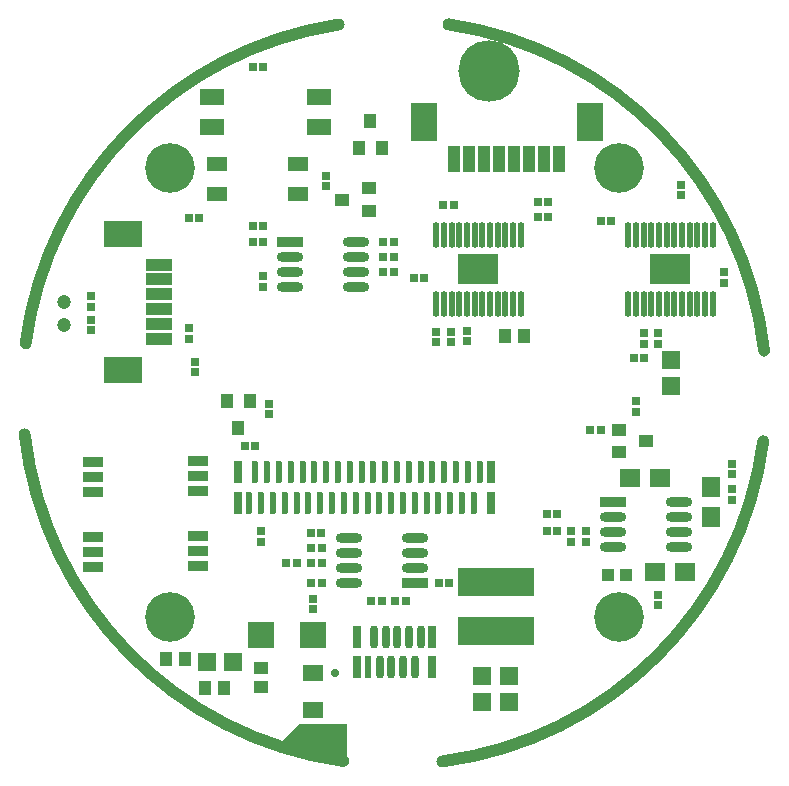
<source format=gts>
%FSLAX44Y44*%
%MOMM*%
G71*
G01*
G75*
G04 Layer_Color=8388736*
%ADD10C,0.6000*%
%ADD11C,0.8000*%
%ADD12C,0.2540*%
%ADD13R,0.5000X0.6000*%
%ADD14R,0.6000X0.5000*%
%ADD15R,1.0160X0.8890*%
%ADD16R,0.8890X1.0160*%
%ADD17R,1.3970X1.3970*%
G04:AMPARAMS|DCode=18|XSize=0.32mm|YSize=1.7mm|CornerRadius=0.08mm|HoleSize=0mm|Usage=FLASHONLY|Rotation=0.000|XOffset=0mm|YOffset=0mm|HoleType=Round|Shape=RoundedRectangle|*
%AMROUNDEDRECTD18*
21,1,0.3200,1.5400,0,0,0.0*
21,1,0.1600,1.7000,0,0,0.0*
1,1,0.1600,0.0800,-0.7700*
1,1,0.1600,-0.0800,-0.7700*
1,1,0.1600,-0.0800,0.7700*
1,1,0.1600,0.0800,0.7700*
%
%ADD18ROUNDEDRECTD18*%
%ADD19R,0.5000X1.7000*%
%ADD20R,2.1000X0.8000*%
%ADD21R,3.0000X2.1000*%
%ADD22R,1.6000X1.0000*%
%ADD23R,3.2800X2.4000*%
%ADD24O,0.3500X2.0000*%
%ADD25R,1.5200X0.7600*%
%ADD26R,0.8000X2.1000*%
%ADD27R,2.1000X3.0000*%
%ADD28R,2.0320X0.6096*%
%ADD29O,2.0320X0.6096*%
G04:AMPARAMS|DCode=30|XSize=2mm|YSize=2mm|CornerRadius=0mm|HoleSize=0mm|Usage=FLASHONLY|Rotation=0.000|XOffset=0mm|YOffset=0mm|HoleType=Round|Shape=RoundedRectangle|*
%AMROUNDEDRECTD30*
21,1,2.0000,2.0000,0,0,0.0*
21,1,2.0000,2.0000,0,0,0.0*
1,1,0.0000,1.0000,-1.0000*
1,1,0.0000,-1.0000,-1.0000*
1,1,0.0000,-1.0000,1.0000*
1,1,0.0000,1.0000,1.0000*
%
%ADD30ROUNDEDRECTD30*%
%ADD31R,1.8000X1.2000*%
%ADD32R,1.0668X0.8128*%
%ADD33R,0.4000X1.7000*%
G04:AMPARAMS|DCode=34|XSize=0.4mm|YSize=1.7mm|CornerRadius=0.1mm|HoleSize=0mm|Usage=FLASHONLY|Rotation=0.000|XOffset=0mm|YOffset=0mm|HoleType=Round|Shape=RoundedRectangle|*
%AMROUNDEDRECTD34*
21,1,0.4000,1.5000,0,0,0.0*
21,1,0.2000,1.7000,0,0,0.0*
1,1,0.2000,0.1000,-0.7500*
1,1,0.2000,-0.1000,-0.7500*
1,1,0.2000,-0.1000,0.7500*
1,1,0.2000,0.1000,0.7500*
%
%ADD34ROUNDEDRECTD34*%
%ADD35R,0.8128X1.0668*%
%ADD36R,1.3970X1.3970*%
%ADD37R,1.6000X1.2000*%
%ADD38R,1.2954X1.6002*%
%ADD39R,1.6002X1.2954*%
%ADD40R,0.8128X0.8128*%
%ADD41R,6.3000X2.1500*%
%ADD42C,1.0000*%
%ADD43C,0.4000*%
%ADD44C,0.3000*%
%ADD45C,0.5000*%
%ADD46C,5.0000*%
G04:AMPARAMS|DCode=47|XSize=4mm|YSize=4mm|CornerRadius=2mm|HoleSize=0mm|Usage=FLASHONLY|Rotation=0.000|XOffset=0mm|YOffset=0mm|HoleType=Round|Shape=RoundedRectangle|*
%AMROUNDEDRECTD47*
21,1,4.0000,0.0000,0,0,0.0*
21,1,0.0000,4.0000,0,0,0.0*
1,1,4.0000,0.0000,0.0000*
1,1,4.0000,0.0000,0.0000*
1,1,4.0000,0.0000,0.0000*
1,1,4.0000,0.0000,0.0000*
%
%ADD47ROUNDEDRECTD47*%
%ADD48C,1.0000*%
%ADD49C,0.5000*%
%ADD50R,0.3050X0.6000*%
%ADD51R,0.5500X0.3050*%
%ADD52R,0.5500X0.3048*%
G04:AMPARAMS|DCode=53|XSize=3mm|YSize=2.1mm|CornerRadius=0mm|HoleSize=0mm|Usage=FLASHONLY|Rotation=330.000|XOffset=0mm|YOffset=0mm|HoleType=Round|Shape=Rectangle|*
%AMROTATEDRECTD53*
4,1,4,-1.8240,-0.1593,-0.7740,1.6593,1.8240,0.1593,0.7740,-1.6593,-1.8240,-0.1593,0.0*
%
%ADD53ROTATEDRECTD53*%

G04:AMPARAMS|DCode=54|XSize=2.1mm|YSize=0.8mm|CornerRadius=0mm|HoleSize=0mm|Usage=FLASHONLY|Rotation=330.000|XOffset=0mm|YOffset=0mm|HoleType=Round|Shape=Rectangle|*
%AMROTATEDRECTD54*
4,1,4,-1.1093,0.1786,-0.7093,0.8714,1.1093,-0.1786,0.7093,-0.8714,-1.1093,0.1786,0.0*
%
%ADD54ROTATEDRECTD54*%

G04:AMPARAMS|DCode=55|XSize=2.1mm|YSize=0.8mm|CornerRadius=0mm|HoleSize=0mm|Usage=FLASHONLY|Rotation=65.000|XOffset=0mm|YOffset=0mm|HoleType=Round|Shape=Rectangle|*
%AMROTATEDRECTD55*
4,1,4,-0.0812,-1.1207,-0.8063,-0.7826,0.0812,1.1207,0.8063,0.7826,-0.0812,-1.1207,0.0*
%
%ADD55ROTATEDRECTD55*%

G04:AMPARAMS|DCode=56|XSize=3mm|YSize=2.1mm|CornerRadius=0mm|HoleSize=0mm|Usage=FLASHONLY|Rotation=65.000|XOffset=0mm|YOffset=0mm|HoleType=Round|Shape=Rectangle|*
%AMROTATEDRECTD56*
4,1,4,0.3177,-1.8032,-1.5856,-0.9157,-0.3177,1.8032,1.5856,0.9157,0.3177,-1.8032,0.0*
%
%ADD56ROTATEDRECTD56*%

%ADD57R,1.3500X0.3000*%
%ADD58R,1.3500X0.2500*%
%ADD59R,0.6000X0.7000*%
G04:AMPARAMS|DCode=60|XSize=2.1mm|YSize=0.8mm|CornerRadius=0mm|HoleSize=0mm|Usage=FLASHONLY|Rotation=295.000|XOffset=0mm|YOffset=0mm|HoleType=Round|Shape=Rectangle|*
%AMROTATEDRECTD60*
4,1,4,-0.8063,0.7826,-0.0812,1.1207,0.8063,-0.7826,0.0812,-1.1207,-0.8063,0.7826,0.0*
%
%ADD60ROTATEDRECTD60*%

G04:AMPARAMS|DCode=61|XSize=3mm|YSize=2.1mm|CornerRadius=0mm|HoleSize=0mm|Usage=FLASHONLY|Rotation=295.000|XOffset=0mm|YOffset=0mm|HoleType=Round|Shape=Rectangle|*
%AMROTATEDRECTD61*
4,1,4,-1.5856,0.9157,0.3177,1.8032,1.5856,-0.9157,-0.3177,-1.8032,-1.5856,0.9157,0.0*
%
%ADD61ROTATEDRECTD61*%

%ADD62R,0.8128X0.8128*%
%ADD63C,0.1250*%
%ADD64C,0.1270*%
%ADD65C,0.1999*%
%ADD66C,0.1000*%
%ADD67C,0.1200*%
%ADD68C,0.1524*%
%ADD69C,0.2000*%
%ADD70C,0.2032*%
%ADD71R,0.7032X0.8032*%
%ADD72R,0.8032X0.7032*%
%ADD73R,1.2192X1.0922*%
%ADD74R,1.0922X1.2192*%
%ADD75R,1.6002X1.6002*%
G04:AMPARAMS|DCode=76|XSize=0.5232mm|YSize=1.9032mm|CornerRadius=0.1816mm|HoleSize=0mm|Usage=FLASHONLY|Rotation=0.000|XOffset=0mm|YOffset=0mm|HoleType=Round|Shape=RoundedRectangle|*
%AMROUNDEDRECTD76*
21,1,0.5232,1.5400,0,0,0.0*
21,1,0.1600,1.9032,0,0,0.0*
1,1,0.3632,0.0800,-0.7700*
1,1,0.3632,-0.0800,-0.7700*
1,1,0.3632,-0.0800,0.7700*
1,1,0.3632,0.0800,0.7700*
%
%ADD76ROUNDEDRECTD76*%
%ADD77R,0.7032X1.9032*%
%ADD78R,2.3032X1.0032*%
%ADD79R,3.2032X2.3032*%
%ADD80R,1.8032X1.2032*%
%ADD81R,3.4832X2.6032*%
%ADD82O,0.5532X2.2032*%
%ADD83R,1.7232X0.9632*%
%ADD84R,1.0032X2.3032*%
%ADD85R,2.3032X3.2032*%
%ADD86R,2.2352X0.8128*%
%ADD87O,2.2352X0.8128*%
G04:AMPARAMS|DCode=88|XSize=2.2032mm|YSize=2.2032mm|CornerRadius=0mm|HoleSize=0mm|Usage=FLASHONLY|Rotation=0.000|XOffset=0mm|YOffset=0mm|HoleType=Round|Shape=RoundedRectangle|*
%AMROUNDEDRECTD88*
21,1,2.2032,2.2032,0,0,0.0*
21,1,2.2032,2.2032,0,0,0.0*
1,1,0.0000,1.1016,-1.1016*
1,1,0.0000,-1.1016,-1.1016*
1,1,0.0000,-1.1016,1.1016*
1,1,0.0000,1.1016,1.1016*
%
%ADD88ROUNDEDRECTD88*%
%ADD89R,2.0032X1.4032*%
%ADD90R,1.2700X1.0160*%
%ADD91R,0.6032X1.9032*%
G04:AMPARAMS|DCode=92|XSize=0.6032mm|YSize=1.9032mm|CornerRadius=0.2016mm|HoleSize=0mm|Usage=FLASHONLY|Rotation=0.000|XOffset=0mm|YOffset=0mm|HoleType=Round|Shape=RoundedRectangle|*
%AMROUNDEDRECTD92*
21,1,0.6032,1.5000,0,0,0.0*
21,1,0.2000,1.9032,0,0,0.0*
1,1,0.4032,0.1000,-0.7500*
1,1,0.4032,-0.1000,-0.7500*
1,1,0.4032,-0.1000,0.7500*
1,1,0.4032,0.1000,0.7500*
%
%ADD92ROUNDEDRECTD92*%
%ADD93R,1.0160X1.2700*%
%ADD94R,1.6002X1.6002*%
%ADD95R,1.8032X1.4032*%
%ADD96R,1.4986X1.8034*%
%ADD97R,1.8034X1.4986*%
%ADD98R,1.0160X1.0160*%
%ADD99R,6.5032X2.3532*%
%ADD100C,5.2032*%
G04:AMPARAMS|DCode=101|XSize=4.2032mm|YSize=4.2032mm|CornerRadius=2.1016mm|HoleSize=0mm|Usage=FLASHONLY|Rotation=0.000|XOffset=0mm|YOffset=0mm|HoleType=Round|Shape=RoundedRectangle|*
%AMROUNDEDRECTD101*
21,1,4.2032,0.0000,0,0,0.0*
21,1,0.0000,4.2032,0,0,0.0*
1,1,4.2032,0.0000,0.0000*
1,1,4.2032,0.0000,0.0000*
1,1,4.2032,0.0000,0.0000*
1,1,4.2032,0.0000,0.0000*
%
%ADD101ROUNDEDRECTD101*%
%ADD102C,1.2032*%
%ADD103C,0.7032*%
G36*
X-40000Y-280780D02*
Y-312420D01*
X-99789Y-299455D01*
X-81004Y-280670D01*
X-41170D01*
X-40640Y-280140D01*
X-40000Y-280780D01*
D02*
G37*
D42*
X40633Y-312368D02*
G03*
X312278Y-41323I-40633J312368D01*
G01*
X-312995Y-35481D02*
G03*
X-43127Y-312034I312995J35481D01*
G01*
X313011Y35340D02*
G03*
X45794Y311653I-313011J-35340D01*
G01*
X-47227Y311440D02*
G03*
X-312249Y41541I47227J-311440D01*
G01*
D71*
X-126866Y-45244D02*
D03*
X-117866D02*
D03*
X-120070Y140970D02*
D03*
X-111070D02*
D03*
Y127340D02*
D03*
X-120070D02*
D03*
X-70540Y-132027D02*
D03*
X-61540D02*
D03*
X-70885Y-119380D02*
D03*
X-61885D02*
D03*
X-10740Y-176530D02*
D03*
X-19740D02*
D03*
X-91440Y-144780D02*
D03*
X-82440D02*
D03*
X174680Y-31750D02*
D03*
X165680D02*
D03*
X-174100Y147320D02*
D03*
X-165100D02*
D03*
X-120070Y275590D02*
D03*
X-111070D02*
D03*
X121230Y148590D02*
D03*
X130230D02*
D03*
X121230Y161290D02*
D03*
X130230D02*
D03*
X41220Y158750D02*
D03*
X50220D02*
D03*
X202510Y28866D02*
D03*
X211510D02*
D03*
X25330Y96520D02*
D03*
X16330D02*
D03*
X174760Y144780D02*
D03*
X183760D02*
D03*
X37370Y-161630D02*
D03*
X46370D02*
D03*
X-61540Y-144780D02*
D03*
X-70540D02*
D03*
X-61461Y-161630D02*
D03*
X-70461D02*
D03*
X-580Y114300D02*
D03*
X-9580D02*
D03*
X-580Y101940D02*
D03*
X-9580D02*
D03*
X580Y-176530D02*
D03*
X9580D02*
D03*
X-580Y127340D02*
D03*
X-9580D02*
D03*
X128850Y-117420D02*
D03*
X137850D02*
D03*
Y-102870D02*
D03*
X128850D02*
D03*
D72*
X-112613Y-126420D02*
D03*
Y-117420D02*
D03*
X-68530Y-174570D02*
D03*
Y-183570D02*
D03*
X-173990Y45642D02*
D03*
Y54642D02*
D03*
X-105826Y-9470D02*
D03*
Y-18470D02*
D03*
X-257160Y52650D02*
D03*
Y61650D02*
D03*
Y81500D02*
D03*
Y72500D02*
D03*
X-57730Y174570D02*
D03*
Y183570D02*
D03*
X279400Y93000D02*
D03*
Y102000D02*
D03*
X242570Y175950D02*
D03*
Y166950D02*
D03*
X204470Y-7375D02*
D03*
Y-16375D02*
D03*
X-111070Y89480D02*
D03*
Y98480D02*
D03*
X210930Y50220D02*
D03*
Y41220D02*
D03*
X-169075Y25900D02*
D03*
Y16900D02*
D03*
X35560Y51414D02*
D03*
Y42414D02*
D03*
X48260Y51490D02*
D03*
Y42490D02*
D03*
X61370Y52415D02*
D03*
Y43415D02*
D03*
X285750Y-81860D02*
D03*
Y-90860D02*
D03*
X162560Y-117420D02*
D03*
Y-126420D02*
D03*
X149860D02*
D03*
Y-117420D02*
D03*
X285750Y-60270D02*
D03*
Y-69270D02*
D03*
X223520Y-171340D02*
D03*
Y-180340D02*
D03*
Y50220D02*
D03*
Y41220D02*
D03*
D73*
X-112744Y-249301D02*
D03*
Y-233299D02*
D03*
D74*
X-144143Y-250000D02*
D03*
X-160145D02*
D03*
X-193421Y-225843D02*
D03*
X-177419D02*
D03*
X93921Y47915D02*
D03*
X109923D02*
D03*
D75*
X-158580Y-228046D02*
D03*
X-136990D02*
D03*
D76*
X-122730Y-93310D02*
D03*
X-112730D02*
D03*
X-102730D02*
D03*
X-92730D02*
D03*
X-82730D02*
D03*
X-72730D02*
D03*
X-62730D02*
D03*
X-52730D02*
D03*
X-117730Y-67310D02*
D03*
X-107730D02*
D03*
X-97730D02*
D03*
X-87730D02*
D03*
X-77730D02*
D03*
X-67730D02*
D03*
X-57730D02*
D03*
X-47730D02*
D03*
X12270D02*
D03*
X2270D02*
D03*
X-7730D02*
D03*
X-17730D02*
D03*
X-27730D02*
D03*
X-37730D02*
D03*
X7270Y-93310D02*
D03*
X-2730D02*
D03*
X-12730D02*
D03*
X-22730D02*
D03*
X-32730D02*
D03*
X-42730D02*
D03*
X47270D02*
D03*
X57270D02*
D03*
X67270D02*
D03*
X52270Y-67310D02*
D03*
X62270D02*
D03*
X72270D02*
D03*
X42270D02*
D03*
X32270D02*
D03*
X22270D02*
D03*
X37270Y-93310D02*
D03*
X27270D02*
D03*
X17270D02*
D03*
D77*
X-132230Y-67310D02*
D03*
Y-93310D02*
D03*
X81770D02*
D03*
Y-67310D02*
D03*
X32000Y-232710D02*
D03*
Y-206710D02*
D03*
X-32000D02*
D03*
Y-232710D02*
D03*
D78*
X-198970Y70500D02*
D03*
X-198970Y83000D02*
D03*
X-198970Y108200D02*
D03*
X-198970Y95700D02*
D03*
X-198970Y57800D02*
D03*
X-198970Y45300D02*
D03*
D79*
X-229970Y134450D02*
D03*
X-229970Y19050D02*
D03*
D80*
X-81860Y167640D02*
D03*
Y193040D02*
D03*
X-149860Y193040D02*
D03*
Y167640D02*
D03*
D81*
X71120Y104140D02*
D03*
X233680D02*
D03*
D82*
X35370Y75140D02*
D03*
X41870D02*
D03*
X35370Y133140D02*
D03*
X41870D02*
D03*
X100370Y75140D02*
D03*
X106870D02*
D03*
X100370Y133140D02*
D03*
X106870D02*
D03*
X93870D02*
D03*
X87370D02*
D03*
X80870D02*
D03*
X74370D02*
D03*
X67870D02*
D03*
X61370D02*
D03*
X54870D02*
D03*
X48370D02*
D03*
X93870Y75140D02*
D03*
X87370D02*
D03*
X80870D02*
D03*
X74370D02*
D03*
X67870D02*
D03*
X61370D02*
D03*
X54870D02*
D03*
X48370D02*
D03*
X210930D02*
D03*
X217430D02*
D03*
X223930D02*
D03*
X230430D02*
D03*
X236930D02*
D03*
X243430D02*
D03*
X249930D02*
D03*
X256430D02*
D03*
X210930Y133140D02*
D03*
X217430D02*
D03*
X223930D02*
D03*
X230430D02*
D03*
X236930D02*
D03*
X243430D02*
D03*
X249930D02*
D03*
X256430D02*
D03*
X269430D02*
D03*
X262930D02*
D03*
X269430Y75140D02*
D03*
X262930D02*
D03*
X204430Y133140D02*
D03*
X197930D02*
D03*
X204430Y75140D02*
D03*
X197930D02*
D03*
D83*
X-255270Y-147390D02*
D03*
Y-134690D02*
D03*
Y-121990D02*
D03*
Y-83890D02*
D03*
Y-71190D02*
D03*
Y-58490D02*
D03*
X-166370Y-58350D02*
D03*
Y-71050D02*
D03*
Y-83750D02*
D03*
Y-121850D02*
D03*
Y-134550D02*
D03*
Y-147233D02*
D03*
D84*
X50900Y197860D02*
D03*
X63600D02*
D03*
X139600D02*
D03*
X126900D02*
D03*
X89000D02*
D03*
X101500D02*
D03*
X114200D02*
D03*
X76300D02*
D03*
D85*
X24850Y228860D02*
D03*
X165650D02*
D03*
D86*
X17640Y-161630D02*
D03*
X-88371Y127340D02*
D03*
X184860Y-92369D02*
D03*
D87*
X17640Y-148931D02*
D03*
Y-136230D02*
D03*
Y-123531D02*
D03*
X-38240D02*
D03*
Y-136230D02*
D03*
Y-148931D02*
D03*
Y-161630D02*
D03*
X-88371Y114641D02*
D03*
Y101940D02*
D03*
Y89241D02*
D03*
X-32490D02*
D03*
Y101940D02*
D03*
Y114641D02*
D03*
Y127340D02*
D03*
X240740Y-92369D02*
D03*
Y-105070D02*
D03*
Y-117769D02*
D03*
Y-130470D02*
D03*
X184860D02*
D03*
Y-117769D02*
D03*
Y-105070D02*
D03*
D88*
X-68594Y-205740D02*
D03*
X-112594D02*
D03*
D89*
X-64160Y224833D02*
D03*
X-64160Y250233D02*
D03*
X-154160Y250233D02*
D03*
Y224833D02*
D03*
D90*
X-44223Y163239D02*
D03*
X-21287Y172777D02*
D03*
Y153701D02*
D03*
X190500Y-31750D02*
D03*
Y-50825D02*
D03*
X213436Y-41288D02*
D03*
D91*
X-22500Y-232710D02*
D03*
D92*
X-12500D02*
D03*
X-2500D02*
D03*
X7500D02*
D03*
X17500D02*
D03*
X-17500Y-206710D02*
D03*
X-7500D02*
D03*
X2500D02*
D03*
X12500D02*
D03*
X22500D02*
D03*
D93*
X-20371Y229832D02*
D03*
X-10833Y206896D02*
D03*
X-29908D02*
D03*
X-122641Y-7506D02*
D03*
X-141717D02*
D03*
X-132179Y-30442D02*
D03*
D94*
X233810Y5715D02*
D03*
Y27305D02*
D03*
X73980Y-262065D02*
D03*
Y-240475D02*
D03*
X96922Y-262065D02*
D03*
Y-240475D02*
D03*
D95*
X-68530Y-237148D02*
D03*
Y-269147D02*
D03*
D96*
X267970Y-105410D02*
D03*
Y-80010D02*
D03*
D97*
X220452Y-151920D02*
D03*
X245852D02*
D03*
X224790Y-72390D02*
D03*
X199390D02*
D03*
D98*
X196041Y-154940D02*
D03*
X180801D02*
D03*
D99*
X86360Y-160860D02*
D03*
Y-202360D02*
D03*
D100*
X80010Y272032D02*
D03*
D101*
X-190000Y190000D02*
D03*
X190000D02*
D03*
Y-190000D02*
D03*
X-190000D02*
D03*
D102*
X-279400Y76200D02*
D03*
Y57150D02*
D03*
D103*
X-50629Y-237148D02*
D03*
M02*

</source>
